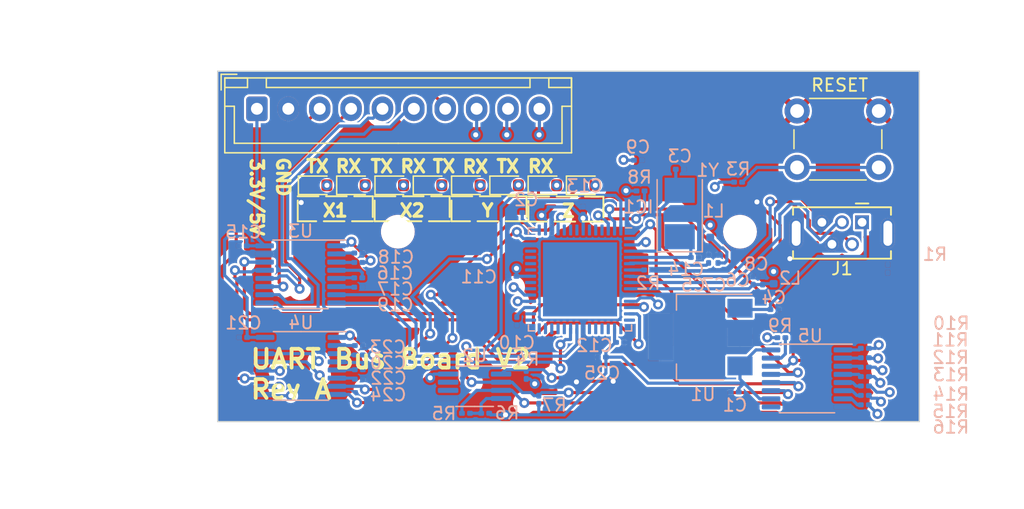
<source format=kicad_pcb>
(kicad_pcb (version 20221018) (generator pcbnew)
  (title_block (title "UART Bus Board V2") (date "2023-08-17") (rev "A") (company "McMillan Enterprises") (comment 1 "https://mcmillan.website"))
  (layers (0 "F.Cu" power) (1 "In1.Cu" signal) (2 "In2.Cu" signal) (31 "B.Cu" power) (34 "B.Paste" user) (35 "F.Paste" user) (36 "B.SilkS" user "B.Silkscreen") (37 "F.SilkS" user "F.Silkscreen") (38 "B.Mask" user) (39 "F.Mask" user) (44 "Edge.Cuts" user))
  (net 0 "")
  (net 1 "+3.3V")
  (net 2 "GND")
  (net 3 "Net-(IC1-VREGOUT)")
  (net 4 "Net-(IC1-OSCI)")
  (net 5 "+5V")
  (net 6 "Net-(IC1-VPHY)")
  (net 7 "Net-(IC1-VPLL)")
  (net 8 "Net-(IC1-VCORE_1)")
  (net 9 "Net-(IC1-VCORE_2)")
  (net 10 "Net-(IC1-OSCO)")
  (net 11 "Net-(J8-Pin_1)")
  (net 12 "Net-(U3-C1+)")
  (net 13 "Net-(U3-C1-)")
  (net 14 "Net-(U3-C2+)")
  (net 15 "Net-(U3-C2-)")
  (net 16 "Net-(U3-VS+)")
  (net 17 "Net-(U3-VS-)")
  (net 18 "Net-(U4-C1+)")
  (net 19 "Net-(U4-C1-)")
  (net 20 "Net-(U4-C2+)")
  (net 21 "Net-(U4-C2-)")
  (net 22 "Net-(U4-VS+)")
  (net 23 "Net-(U4-VS-)")
  (net 24 "Net-(D1-A)")
  (net 25 "Net-(D2-A)")
  (net 26 "Net-(D3-A)")
  (net 27 "Net-(D4-A)")
  (net 28 "Net-(D5-A)")
  (net 29 "Net-(D6-A)")
  (net 30 "Net-(D7-A)")
  (net 31 "Net-(D8-A)")
  (net 32 "Net-(IC1-EECS)")
  (net 33 "Net-(IC1-REF)")
  (net 34 "Net-(IC1-DM)")
  (net 35 "Net-(IC1-DP)")
  (net 36 "Net-(IC1-RESET#)")
  (net 37 "Net-(IC1-ADBUS0)")
  (net 38 "Net-(IC1-ADBUS1)")
  (net 45 "Net-(IC1-BDBUS0)")
  (net 46 "Net-(IC1-BDBUS1)")
  (net 54 "Net-(IC1-CDBUS0)")
  (net 55 "Net-(IC1-CDBUS1)")
  (net 62 "Net-(IC1-DDBUS0)")
  (net 63 "Net-(IC1-DDBUS1)")
  (net 70 "Net-(IC1-PWREN#)")
  (net 71 "Net-(IC1-EEDATA)")
  (net 72 "Net-(IC1-EECLK)")
  (net 74 "Net-(J8-Pin_3)")
  (net 75 "Net-(J8-Pin_4)")
  (net 76 "Net-(J8-Pin_5)")
  (net 77 "Net-(J8-Pin_6)")
  (net 78 "Net-(J8-Pin_7)")
  (net 79 "Net-(J8-Pin_8)")
  (net 80 "Net-(J8-Pin_9)")
  (net 81 "Net-(J8-Pin_10)")
  (net 82 "Net-(SW1-B)")
  (net 83 "Net-(U2-DO)")
  (net 84 "Net-(U5-QA)")
  (net 85 "Net-(U5-QB)")
  (net 86 "Net-(U5-QC)")
  (net 87 "Net-(U5-QD)")
  (net 88 "Net-(U5-QE)")
  (net 89 "Net-(U5-QF)")
  (net 90 "Net-(U5-QG)")
  (net 91 "Net-(U5-QH)")
  (footprint "LED_SMD:LED_0603_1608Metric" (layer "F.Cu") (at 133.8625 95.1)
    (fp_text reference "D4" hide)
    (fp_text value "G")
  )
  (footprint "MountingHole:MountingHole_2.2mm_M2" (layer "F.Cu") (at 131.15 98.8)
    (fp_text reference "H1" hide)
    (fp_text value "MountingHole" hide)
  )
  (footprint "LED_SMD:LED_0603_1608Metric" (layer "F.Cu") (at 136.9125 95.1)
    (fp_text reference "D5" hide)
    (fp_text value "R")
  )
  (footprint "LED_SMD:LED_0603_1608Metric" (layer "F.Cu") (at 130.8125 95.1)
    (fp_text reference "D3" hide)
    (fp_text value "R")
  )
  (footprint "LED_SMD:LED_0603_1608Metric" (layer "F.Cu") (at 146.0625 95.1)
    (fp_text reference "D8" hide)
    (fp_text value "G")
  )
  (footprint "MountingHole:MountingHole_2.2mm_M2" (layer "F.Cu") (at 158.4 98.8)
    (fp_text reference "H2" hide)
    (fp_text value "MountingHole" hide)
  )
  (footprint "LED_SMD:LED_0603_1608Metric" (layer "F.Cu") (at 143.0125 95.1)
    (fp_text reference "D7" hide)
    (fp_text value "R")
  )
  (footprint "LED_SMD:LED_0603_1608Metric" (layer "F.Cu") (at 139.9625 95.1)
    (fp_text reference "D6" hide)
    (fp_text value "G")
  )
  (footprint "Connector_JST:JST_XH_B10B-XH-A_1x10_P2.50mm_Vertical" (layer "F.Cu") (at 119.925 89)
    (fp_text reference "J8" hide)
    (fp_text value "3.3V/5V GND TX RX TX RX TX RX")
  )
  (footprint "Button_Switch_THT:SW_PUSH_6mm" (layer "F.Cu") (at 162.95 89.175)
    (fp_text reference "SW1" hide)
    (fp_text value "B3F-1000" hide)
  )
  (footprint "LED_SMD:LED_0603_1608Metric" (layer "F.Cu") (at 124.7125 95.1)
    (fp_text reference "D1" hide)
    (fp_text value "R")
  )
  (footprint "Connector_USB:USB_Mini-B_Tensility_54-00023_Vertical" (layer "F.Cu") (at 168.125 98.05 180)
    (fp_text reference "J1")
    (fp_text value "USB_B_Mini" hide)
  )
  (footprint "LED_SMD:LED_0603_1608Metric" (layer "F.Cu") (at 127.7625 95.1)
    (fp_text reference "D2" hide)
    (fp_text value "G")
  )
  (footprint "Inductor_SMD:L_0402_1005Metric" (layer "B.Cu") (at 161.075 102.46 90)
    (fp_text reference "L2")
    (fp_text value "LQG15HS2N0B02D" hide)
  )
  (footprint "Resistor_SMD:R_0201_0603Metric" (layer "B.Cu") (at 138.105 113.275 180)
    (fp_text reference "R6")
    (fp_text value "10K")
  )
  (footprint "Resistor_SMD:R_0201_0603Metric" (layer "B.Cu") (at 161.695 107.25 180)
    (fp_text reference "R9")
    (fp_text value "330R")
  )
  (footprint "Resistor_SMD:R_0201_0603Metric" (layer "B.Cu") (at 142.375 112.195 90)
    (fp_text reference "R7")
    (fp_text value "10K" hide)
  )
  (footprint "Capacitor_SMD:C_0201_0603Metric" (layer "B.Cu") (at 147.4 108.8)
    (fp_text reference "C25")
    (fp_text value "100nF")
  )
  (footprint "Capacitor_SMD:C_0201_0603Metric" (layer "B.Cu") (at 161.145 105)
    (fp_text reference "C4")
    (fp_text value "100 nF" hide)
  )
  (footprint "Resistor_SMD:R_0201_0603Metric" (layer "B.Cu") (at 168.345 112.6)
    (fp_text reference "R16")
    (fp_text value "330R")
  )
  (footprint "Capacitor_SMD:C_0201_0603Metric" (layer "B.Cu") (at 145.9 97.13 -90)
    (fp_text reference "C13")
    (fp_text value "100nF" hide)
  )
  (footprint "Resistor_SMD:R_0201_0603Metric" (layer "B.Cu") (at 151.08 101.85)
    (fp_text reference "R2")
    (fp_text value "12K")
  )
  (footprint "Package_SO:TSSOP-16_4.4x5mm_P0.65mm" (layer "B.Cu") (at 123.4 102.2 180)
    (fp_text reference "U3")
    (fp_text value "MAX3232IPWR" hide)
  )
  (footprint "Capacitor_SMD:C_0201_0603Metric" (layer "B.Cu") (at 148.85 107.625 180)
    (fp_text reference "C12")
    (fp_text value "100nF" hide)
  )
  (footprint "Package_SO:MSOP-8_3x3mm_P0.65mm" (layer "B.Cu") (at 137.2625 111.125 180)
    (fp_text reference "U2")
    (fp_text value "93AA46B" hide)
  )
  (footprint "Resistor_SMD:R_0201_0603Metric" (layer "B.Cu") (at 168.345 108.1)
    (fp_text reference "R10")
    (fp_text value "330R")
  )
  (footprint "Crystal:Crystal_SMD_5032-2Pin_5.0x3.2mm" (layer "B.Cu") (at 153.6 97.35 90)
    (fp_text reference "Y1")
    (fp_text value "ECS-120-8-30-JGN-TR" hide)
  )
  (footprint "Capacitor_SMD:C_0201_0603Metric" (layer "B.Cu") (at 160.2 102.695 90)
    (fp_text reference "C8")
    (fp_text value "4.7 uF" hide)
  )
  (footprint "Resistor_SMD:R_0201_0603Metric" (layer "B.Cu") (at 168.35 111.1)
    (fp_text reference "R14")
    (fp_text value "330R")
  )
  (footprint "Capacitor_SMD:C_0201_0603Metric" (layer "B.Cu") (at 159.45 102.695 90)
    (fp_text reference "C6")
    (fp_text value "100nF" hide)
  )
  (footprint "Capacitor_SMD:C_0201_0603Metric" (layer "B.Cu") (at 155.9 100.97 -90)
    (fp_text reference "C5")
    (fp_text value "100nF" hide)
  )
  (footprint "Capacitor_SMD:C_0201_0603Metric" (layer "B.Cu") (at 128 101.25 180)
    (fp_text reference "C16")
    (fp_text value "0.1uF")
  )
  (footprint "Package_SO:TSSOP-16_4.4x5mm_P0.65mm" (layer "B.Cu") (at 163.7375 110.5 180)
    (fp_text reference "U5")
    (fp_text value "M74HC595YTTR" hide)
  )
  (footprint "Capacitor_SMD:C_0201_0603Metric" (layer "B.Cu") (at 118.8 99.925)
    (fp_text reference "C15")
    (fp_text value "0.1uF")
  )
  (footprint "Capacitor_SMD:C_0201_0603Metric" (layer "B.Cu") (at 128.045 110.55 180)
    (fp_text reference "C24")
    (fp_text value "0.1uF")
  )
  (footprint "Resistor_SMD:R_0201_0603Metric" (layer "B.Cu") (at 150.475 95.55 180)
    (fp_text reference "R8")
    (fp_text value "10k" hide)
  )
  (footprint "Capacitor_SMD:C_0201_0603Metric" (layer "B.Cu") (at 127.995 103.225 180)
    (fp_text reference "C19")
    (fp_text value "0.1uF")
  )
  (footprint "Capacitor_SMD:C_0201_0603Metric" (layer "B.Cu") (at 153.605 93.825 180)
    (fp_text reference "C3")
    (fp_text value "27pF" hide)
  )
  (footprint "Resistor_SMD:R_0201_0603Metric" (layer "B.Cu") (at 170.175 101.75 90)
    (fp_text reference "R1")
    (fp_text value "0?")
  )
  (footprint "Capacitor_SMD:C_0201_0603Metric" (layer "B.Cu") (at 154.805 100.85)
    (fp_text reference "C14")
    (fp_text value "27pF" hide)
  )
  (footprint "Capacitor_SMD:C_0201_0603Metric" (layer "B.Cu") (at 128.045 107.875 180)
    (fp_text reference "C23")
    (fp_text value "0.1uF")
  )
  (footprint "Capacitor_SMD:C_0201_0603Metric" (layer "B.Cu") (at 118.825 107.225)
    (fp_text reference "C21")
    (fp_text value "0.1uF")
  )
  (footprint "Capacitor_SMD:C_0201_0603Metric" (layer "B.Cu") (at 128.04 109.8 180)
    (fp_text reference "C22")
    (fp_text value "0.1uF")
  )
  (footprint "Capacitor_SMD:C_0201_0603Metric" (layer "B.Cu") (at 156.65 100.97 90)
    (fp_text reference "C7")
    (fp_text value "4.7 uF" hide)
  )
  (footprint "Resistor_SMD:R_0201_0603Metric" (layer "B.Cu") (at 168.345 111.85)
    (fp_text reference "R15")
    (fp_text value "330R")
  )
  (footprint "Capacitor_SMD:C_0201_0603Metric" (layer "B.Cu") (at 141.38 97.275 180)
    (fp_text reference "C2")
    (fp_text value "3.3uF")
  )
  (footprint "Package_TO_SOT_SMD:SOT-223-3_TabPin2" (layer "B.Cu") (at 155.25 107.2 180)
    (fp_text reference "U1")
    (fp_text value "TC1262-33" hide)
  )
  (footprint "Resistor_SMD:R_0201_0603Metric" (layer "B.Cu") (at 168.345 109.6)
    (fp_text reference "R12")
    (fp_text value "330R")
  )
  (footprint "Capacitor_SMD:C_0201_0603Metric" (layer "B.Cu") (at 140.28 102.35)
    (fp_text reference "C11")
    (fp_text value "100nF")
  )
  (footprint "Capacitor_SMD:C_0201_0603Metric" (layer "B.Cu") (at 157.98 111.575 180)
    (fp_text reference "C1")
    (fp_text value "100 nF")
  )
  (footprint "Capacitor_SMD:C_0201_0603Metric" (layer "B.Cu") (at 150.275 93.1 180)
    (fp_text reference "C9")
    (fp_text value "100nF" hide)
  )
  (footprint "Capacitor_SMD:C_0201_0603Metric" (layer "B.Cu") (at 127.995 102.475 180)
    (fp_text reference "C17")
    (fp_text value "0.1uF")
  )
  (footprint "Resistor_SMD:R_0201_0603Metric" (layer "B.Cu") (at 141.375 110.22 90)
    (fp_text reference "R4")
    (fp_text value "10K" hide)
  )
  (footprint "Resistor_SMD:R_0201_0603Metric" (layer "B.Cu") (at 158.25 94.85 180)
    (fp_text reference "R3")
    (fp_text value "1K" hide)
  )
  (footprint "Package_SO:TSSOP-16_4.4x5mm_P0.65mm" (layer "B.Cu") (at 123.4375 109.5 180)
    (fp_text reference "U4")
    (fp_text value "MAX3232IPWR" hide)
  )
  (footprint "Resistor_SMD:R_0201_0603Metric" (layer "B.Cu") (at 168.345 108.85)
    (fp_text reference "R11")
    (fp_text value "330R")
  )
  (footprint "Capacitor_SMD:C_0201_0603Metric" (layer "B.Cu") (at 128 100.5 180)
    (fp_text reference "C18")
    (fp_text value "0.1uF")
  )
  (footprint "Package_DFN_QFN:QFN-56-1EP_8x8mm_P0.5mm_EP5.9x5.9mm" (layer "B.Cu") (at 145.66 102.6 180)
    (fp_text reference "IC1")
    (fp_text value "FT4232H-56Q-TRAY" hide)
  )
  (footprint "Capacitor_SMD:C_0201_0603Metric" (layer "B.Cu") (at 140.625 105.925 90)
    (fp_text reference "C10")
    (fp_text value "100nF" hide)
  )
  (footprint "Resistor_SMD:R_0201_0603Metric" (layer "B.Cu") (at 136.575 113.275 180)
    (fp_text reference "R5")
    (fp_text value "2.2K")
  )
  (footprint "Inductor_SMD:L_0402_1005Metric" (layer "B.Cu") (at 156.025 98.76 -90)
    (fp_text reference "L1")
    (fp_text value "LQG15HS2N0B02D" hide)
  )
  (footprint "Resistor_SMD:R_0201_0603Metric" (layer "B.Cu") (at 168.35 110.35)
    (fp_text reference "R13")
    (fp_text value "330R")
  )
  (footprint "Capacitor_SMD:C_0201_0603Metric" (layer "B.Cu") (at 128.045 108.625 180)
    (fp_text reference "C20")
    (fp_text value "0.1uF")
  )
  (gr_rect (start 129.3025 95.975) (end 135.275 97.965) (stroke (width 0.15) (type dash)) (fill none) (layer "F.SilkS"))
  (gr_rect (start 135.425 95.975) (end 141.3975 97.965) (stroke (width 0.15) (type dash)) (fill none) (layer "F.SilkS"))
  (gr_rect (start 123.1775 95.975) (end 129.15 97.965) (stroke (width 0.15) (type dash)) (fill none) (layer "F.SilkS"))
  (gr_rect (start 141.55 96.00375) (end 147.5225 97.99375) (stroke (width 0.15) (type dash)) (fill none) (layer "F.SilkS"))
  (gr_line (start 116.8 113.94) (end 172.68 113.94) (stroke (width 0.1)) (layer "Edge.Cuts"))
  (gr_line (start 172.68 113.94) (end 172.68 86) (stroke (width 0.1)) (layer "Edge.Cuts"))
  (gr_line (start 116.8 86) (end 116.8 113.94) (stroke (width 0.1)) (layer "Edge.Cuts"))
  (gr_line (start 172.68 86) (end 116.8 86) (stroke (width 0.1)) (layer "Edge.Cuts"))
  (gr_text "RX" (at 131.225 94.175) (layer "F.SilkS") (effects (font (size 1 1) (thickness 0.25) bold) (justify left bottom)))
  (gr_text "TX" (at 139.9 94.175) (layer "F.SilkS") (effects (font (size 1 1) (thickness 0.25) bold) (justify bottom)))
  (gr_text "X2" (at 132.28875 97.69625) (layer "F.SilkS") (effects (font (size 1 1) (thickness 0.25) bold) (justify bottom)))
  (gr_text "RESET" (at 163.975 87.7) (layer "F.SilkS") (effects (font (size 1 1)) (justify left bottom)))
  (gr_text "TX" (at 128.85 94.175) (layer "F.SilkS") (effects (font (size 1 1) (thickness 0.25) bold) (justify left bottom)))
  (gr_text "TX" (at 134.825 94.175) (layer "F.SilkS") (effects (font (size 1 1) (thickness 0.25) bold) (justify bottom)))
  (gr_text "3.3V/5V" (at 119.325 92.825 -90) (layer "F.SilkS") (effects (font (size 1 1) (thickness 0.25) bold) (justify left bottom)))
  (gr_text "UART Bus Board V2\nRev A" (at 119.275 112.25) (layer "F.SilkS") (effects (font (size 1.5 1.5) (thickness 0.3) bold) (justify left bottom)))
  (gr_text "X1" (at 126.16375 97.69625) (layer "F.SilkS") (effects (font (size 1 1) (thickness 0.25) bold) (justify bottom)))
  (gr_text "Z" (at 144.08625 97.725) (layer "F.SilkS") (effects (font (size 1 1) (thickness 0.25) bold) (justify left bottom)))
  (gr_text "RX" (at 142.525 94.175) (layer "F.SilkS") (effects (font (size 1 1) (thickness 0.25) bold) (justify bottom)))
  (gr_text "Y" (at 137.707679 97.69625) (layer "F.SilkS") (effects (font (size 1 1) (thickness 0.25) bold) (justify left bottom)))
  (gr_text "RX" (at 126.075 94.175) (layer "F.SilkS") (effects (font (size 1 1) (thickness 0.25) bold) (justify left bottom)))
  (gr_text "GND" (at 121.425 92.75 -90) (layer "F.SilkS") (effects (font (size 1 1) (thickness 0.25) bold) (justify left bottom)))
  (gr_text "RX" (at 137.325 94.2) (layer "F.SilkS") (effects (font (size 1 1) (thickness 0.25) bold) (justify bottom)))
  (gr_text "TX" (at 123.725 94.175) (layer "F.SilkS") (effects (font (size 1 1) (thickness 0.25) bold) (justify left bottom)))
  (via (at 140.6 101.725) (size 0.8) (drill 0.4) (layers "F.Cu" "B.Cu") (net 1))
  (via (at 133.725 110.45) (size 0.8) (drill 0.4) (layers "F.Cu" "B.Cu") (net 1))
  (via (at 145.9 97.725) (size 0.8) (drill 0.4) (layers "F.Cu" "B.Cu") (net 1))
  (via (at 149.325 95.525) (size 0.8) (drill 0.4) (layers "F.Cu" "B.Cu") (net 1))
  (via (at 139.725 113.4) (size 0.8) (drill 0.4) (layers "F.Cu" "B.Cu") (net 1))
  (via (at 156.025 98.275) (size 0.8) (drill 0.4) (layers "F.Cu" "B.Cu") (net 1))
  (via (at 142.6 97.5) (size 0.8) (drill 0.4) (layers "F.Cu" "B.Cu") (net 1))
  (via (at 142.05 110.925) (size 0.8) (drill 0.4) (layers "F.Cu" "B.Cu") (net 1))
  (via (at 161.075 101.975) (size 0.8) (drill 0.4) (layers "F.Cu" "B.Cu") (net 1))
  (segment (start 135.15 110.15) (end 134.025 110.15) (width 0.25) (layer "B.Cu") (net 1))
  (segment (start 150.155 95.55) (end 149.35 95.55) (width 0.25) (layer "B.Cu") (net 1))
  (segment (start 142.91 97.81) (end 142.6 97.5) (width 0.25) (layer "B.Cu") (net 1))
  (segment (start 142.375 113.375) (end 142.35 113.4) (width 0.25) (layer "B.Cu") (net 1))
  (segment (start 145.91 97.735) (end 145.9 97.725) (width 0.25) (layer "B.Cu") (net 1))
  (segment (start 139.725 113.4) (end 142.35 113.4) (width 0.25) (layer "B.Cu") (net 1))
  (segment (start 145.91 98.6625) (end 145.91 97.735) (width 0.25) (layer "B.Cu") (net 1))
  (segment (start 160.875 112.125) (end 159.975 112.125) (width 0.25) (layer "B.Cu") (net 1))
  (segment (start 138.55 113.4) (end 138.425 113.275) (width 0.25) (layer "B.Cu") (net 1))
  (segment (start 141.665 110.54) (end 142.05 110.925) (width 0.25) (layer "B.Cu") (net 1))
  (segment (start 149 108.8) (end 151.075 110.875) (width 0.25) (layer "B.Cu") (net 1))
  (segment (start 158.4 109.5) (end 158.4 110.55) (width 0.25) (layer "B.Cu") (net 1))
  (segment (start 148.41 107.69) (end 147.72 108.38) (width 0.25) (layer "B.Cu") (net 1))
  (segment (start 158.3 111.3) (end 158.725 110.875) (width 0.25) (layer "B.Cu") (net 1))
  (segment (start 139.725 113.4) (end 138.55 113.4) (width 0.25) (layer "B.Cu") (net 1))
  (segment (start 142.35 113.4) (end 144.4 113.4) (width 0.25) (layer "B.Cu") (net 1))
  (segment (start 145 96.825) (end 143.125 96.825) (width 0.25) (layer "B.Cu") (net 1))
  (segment (start 143.125 96.975) (end 142.6 97.5) (width 0.25) (layer "B.Cu") (net 1))
  (segment (start 147.72 108.38) (end 147.72 108.8) (width 0.25) (layer "B.Cu") (net 1))
  (segment (start 158.3 111.575) (end 158.3 111.3) (width 0.25) (layer "B.Cu") (net 1))
  (segment (start 148.41 106.5375) (end 148.41 107.69) (width 0.25) (layer "B.Cu") (net 1))
  (segment (start 134.025 110.15) (end 133.725 110.45) (width 0.25) (layer "B.Cu") (net 1))
  (segment (start 159.675 108.225) (end 158.4 109.5) (width 0.25) (layer "B.Cu") (net 1))
  (segment (start 147.72 110.08) (end 144.4 113.4) (width 0.25) (layer "B.Cu") (net 1))
  (segment (start 143.125 96.825) (end 143.125 96.975) (width 0.25) (layer "B.Cu") (net 1))
  (segment (start 142.91 98.6625) (end 142.91 97.81) (width 0.25) (layer "B.Cu") (net 1))
  (segment (start 147.94 108.8) (end 149 108.8) (width 0.25) (layer "B.Cu") (net 1))
  (segment (start 151.075 110.875) (end 158.725 110.875) (width 0.25) (layer "B.Cu") (net 1))
  (segment (start 140.85 102.35) (end 141.7225 102.35) (width 0.25) (layer "B.Cu") (net 1))
  (segment (start 142.375 112.515) (end 142.375 113.375) (width 0.25) (layer "B.Cu") (net 1))
  (segment (start 145.9 97.45) (end 145.9 97.725) (width 0.25) (layer "B.Cu") (net 1))
  (segment (start 158.4 110.55) (end 158.725 110.875) (width 0.25) (layer "B.Cu") (net 1))
  (segment (start 140.6 101.725) (end 140.6 102.35) (width 0.25) (layer "B.Cu") (net 1))
  (segment (start 159.975 112.125) (end 158.725 110.875) (width 0.25) (layer "B.Cu") (net 1))
  (segment (start 141.375 110.54) (end 141.665 110.54) (width 0.25) (layer "B.Cu") (net 1))
  (segment (start 147.72 108.8) (end 147.72 110.08) (width 0.25) (layer "B.Cu") (net 1))
  (segment (start 145.9 97.725) (end 145 96.825) (width 0.25) (layer "B.Cu") (net 1))
  (segment (start 160.875 108.225) (end 159.675 108.225) (width 0.25) (layer "B.Cu") (net 1))
  (segment (start 149.35 95.55) (end 149.325 95.525) (width 0.25) (layer "B.Cu") (net 1))
  (segment (start 162.875 98.925) (end 162.875 100.45) (width 0.25) (layer "F.Cu") (net 2))
  (segment (start 124.75 95.925) (end 123.925 95.1) (width 0.25) (layer "F.Cu") (net 2))
  (segment (start 123.45 96.475) (end 123.45 95.575) (width 0.25) (layer "F.Cu") (net 2))
  (segment (start 142.35 96) (end 142.35 95.225) (width 0.25) (layer "F.Cu") (net 2))
  (segment (start 145.425 110.725) (end 145.375 110.775) (width 0.25) (layer "F.Cu") (net 2))
  (segment (start 141.85 95.475) (end 141.85 95.975) (width 0.25) (layer "F.Cu") (net 2))
  (segment (start 136.125 95.725) (end 136.125 95.1) (width 0.25) (layer "F.Cu") (net 2))
  (segment (start 133 95.975) (end 132.8 96.175) (width 0.25) (layer "F.Cu") (net 2))
  (segment (start 126.975 95.1) (end 126.15 95.925) (width 0.25) (layer "F.Cu") (net 2))
  (segment (start 148.3 110.725) (end 145.425 110.725) (width 0.25) (layer "F.Cu") (net 2))
  (segment (start 133.075 95.1) (end 133 95.175) (width 0.25) (layer "F.Cu") (net 2))
  (segment (start 133 95.175) (end 133 95.975) (width 0.25) (layer "F.Cu") (net 2))
  (segment (start 126.15 95.925) (end 124.75 95.925) (width 0.25) (layer "F.Cu") (net 2))
  (segment (start 129.05 96.075) (end 127.95 96.075) (width 0.25) (layer "F.Cu") (net 2))
  (segment (start 162.375 100.725) (end 162.375 100.95) (width 0.25) (layer "F.Cu") (net 2))
  (segment (start 131.1 96.175) (end 130.025 95.1) (width 0.25) (layer "F.Cu") (net 2))
  (segment (start 140.05 95.975) (end 139.175 95.1) (width 0.25) (layer "F.Cu") (net 2))
  (segment (start 123.45 95.575) (end 123.925 95.1) (width 0.25) (layer "F.Cu") (net 2))
  (segment (start 139.175 95.1) (end 138.3 95.975) (width 0.25) (layer "F.Cu") (net 2))
  (segment (start 145.275 95.1) (end 145.275 95.525) (width 0.25) (layer "F.Cu") (net 2))
  (segment (start 134.025 96.05) (end 133.075 95.1) (width 0.25) (layer "F.Cu") (net 2))
  (segment (start 130.025 95.1) (end 129.05 96.075) (width 0.25) (layer "F.Cu") (net 2))
  (segment (start 161.6 98.275) (end 161.6 99.95) (width 0.25) (layer "F.Cu") (net 2))
  (segment (start 142.225 95.1) (end 141.85 95.475) (width 0.25) (layer "F.Cu") (net 2))
  (segment (start 141.85 95.975) (end 140.05 95.975) (width 0.25) (layer "F.Cu") (net 2))
  (segment (start 136.375 95.975) (end 136.125 95.725) (width 0.25) (layer "F.Cu") (net 2))
  (segment (start 159.75 96.425) (end 161.6 98.275) (width 0.25) (layer "F.Cu") (net 2))
  (segment (start 144.8 96) (end 142.35 96) (width 0.25) (layer "F.Cu") (net 2))
  (segment (start 161.6 99.95) (end 162.375 100.725) (width 0.25) (layer "F.Cu") (net 2))
  (segment (start 138.3 95.975) (end 136.375 95.975) (width 0.25) (layer "F.Cu") (net 2))
  (segment (start 142.35 95.225) (end 142.225 95.1) (width 0.25) (layer "F.Cu") (net 2))
  (segment (start 136.125 95.675) (end 135.75 96.05) (width 0.25) (layer "F.Cu") (net 2))
  (segment (start 162.875 100.45) (end 162.375 100.95) (width 0.25) (layer "F.Cu") (net 2))
  (segment (start 136.125 95.1) (end 136.125 95.675) (width 0.25) (layer "F.Cu") (net 2))
  (segment (start 127.95 96.075) (end 126.975 95.1) (width 0.25) (layer "F.Cu") (net 2))
  (segment (start 132.8 96.175) (end 131.1 96.175) (width 0.25) (layer "F.Cu") (net 2))
  (segment (start 145.275 95.525) (end 144.8 96) (width 0.25) (layer "F.Cu") (net 2))
  (segment (start 135.75 96.05) (end 134.025 96.05) (width 0.25) (layer "F.Cu") (net 2))
  (via (at 159.75 96.425) (size 0.8) (drill 0.4) (layers "F.Cu" "B.Cu") (net 2))
  (via (at 145.375 110.775) (size 0.8) (drill 0.4) (layers "F.Cu" "B.Cu") (net 2))
  (via (at 162.375 100.95) (size 0.8) (drill 0.4) (layers "F.Cu" "B.Cu") (net 2))
  (via (at 123.45 96.475) (size 0.8) (drill 0.4) (layers "F.Cu" "B.Cu") (net 2))
  (via (at 148.3 110.725) (size 0.8) (drill 0.4) (layers "F.Cu" "B.Cu") (net 2))
  (segment (start 140.6 99.8) (end 141.6725 99.8) (width 0.25) (layer "B.Cu") (net 2))
  (segment (start 153.975 93.775) (end 153.925 93.825) (width 0.25) (layer "B.Cu") (net 2))
  (segment (start 141.6725 99.8) (end 141.7225 99.85) (width 0.25) (layer "B.Cu") (net 2))
  (segment (start 170.175 101.43) (end 170.175 98.925) (width 0.25) (layer "B.Cu") (net 2))
  (segment (start 143.4 98.6525) (end 143.41 98.6625) (width 0.25) (layer "B.Cu") (net 2))
  (segment (start 141.06 97.81) (end 141.06 97.275) (width 0.25) (layer "B.Cu") (net 3))
  (segment (start 142.41 98.6625) (end 141.9125 98.6625) (width 0.25) (layer "B.Cu") (net 3))
  (segment (start 141.9125 98.6625) (end 141.06 97.81) (width 0.25) (layer "B.Cu") (net 3))
  (segment (start 149.5975 100.35) (end 152 100.35) (width 0.25) (layer "B.Cu") (net 4))
  (segment (start 152 97.1) (end 153.6 95.5) (width 0.25) (layer "B.Cu") (net 4))
  (segment (start 153.285 95.185) (end 153.6 95.5) (width 0.25) (layer "B.Cu") (net 4))
  (segment (start 152 100.35) (end 152 97.1) (width 0.25) (layer "B.Cu") (net 4))
  (segment (start 153.285 93.825) (end 153.285 95.185) (width 0.25) (layer "B.Cu") (net 4))
  (segment (start 160.65 105) (end 158.5 105) (width 0.25) (layer "B.Cu") (net 5))
  (segment (start 160.825 104.575) (end 160.825 105) (width 0.25) (layer "B.Cu") (net 5))
  (segment (start 168.375 98.3) (end 168.125 98.05) (width 0.25) (layer "B.Cu") (net 5))
  (segment (start 168.375 100.775) (end 168.375 98.3) (width 0.25) (layer "B.Cu") (net 5))
  (segment (start 168.375 100.775) (end 164.625 100.775) (width 0.25) (layer "B.Cu") (net 5))
  (segment (start 164.625 100.775) (end 160.825 104.575) (width 0.25) (layer "B.Cu") (net 5))
  (segment (start 158.5 105) (end 158.4 104.9) (width 0.25) (layer "B.Cu") (net 5))
  (segment (start 156.65 101.29) (end 157.185 101.29) (width 0.25) (layer "B.Cu") (net 6))
  (segment (start 153.825 101.3) (end 154 101.475) (width 0.25) (layer "B.Cu") (net 6))
  (segment (start 155.715 101.475) (end 155.9 101.29) (width 0.25) (layer "B.Cu") (net 6))
  (segment (start 157.025 100.1) (end 156.88 100.1) (width 0.25) (layer "B.Cu") (net 6))
  (segment (start 157.185 101.29) (end 157.35 101.125) (width 0.25) (layer "B.Cu") (net 6))
  (segment (start 157.35 100.425) (end 157.025 100.1) (width 0.25) (layer "B.Cu") (net 6))
  (segment (start 156.88 100.1) (end 156.025 99.245) (width 0.25) (layer "B.Cu") (net 6))
  (segment (start 154 101.475) (end 155.715 101.475) (width 0.25) (layer "B.Cu") (net 6))
  (segment (start 149.6475 101.3) (end 153.825 101.3) (width 0.25) (layer "B.Cu") (net 6))
  (segment (start 157.35 101.125) (end 157.35 100.425) (width 0.25) (layer "B.Cu") (net 6))
  (segment (start 159.45 103.015) (end 160.325 103.015) (width 0.25) (layer "B.Cu") (net 7))
  (segment (start 159.115 103.35) (end 159.45 103.015) (width 0.25) (layer "B.Cu") (net 7))
  (segment (start 160.27 102.945) (end 160.2 103.015) (width 0.25) (layer "B.Cu") (net 7))
  (segment (start 161.075 102.945) (end 160.27 102.945) (width 0.25) (layer "B.Cu") (net 7))
  (segment (start 149.5975 103.35) (end 159.115 103.35) (width 0.25) (layer "B.Cu") (net 7))
  (via (at 150.9 99.625) (size 0.8) (drill 0.4) (layers "F.Cu" "B.Cu") (net 8))
  (via (at 149.125 93.075) (size 0.8) (drill 0.4) (layers "F.Cu" "B.Cu") (net 8))
  (segment (start 149.955 93.1) (end 149.15 93.1) (width 0.25) (layer "B.Cu") (net 8))
  (segment (start 150.55 99.625) (end 150.325 99.85) (width 0.25) (layer "B.Cu") (net 8))
  (segment (start 149.15 93.1) (end 149.125 93.075) (width 0.25) (layer "B.Cu") (net 8))
  (segment (start 150.9 99.625) (end 150.55 99.625) (width 0.25) (layer "B.Cu") (net 8))
  (segment (start 150.325 99.85) (end 149.5975 99.85) (width 0.25) (layer "B.Cu") (net 8))
  (segment (start 141.236992 104.85) (end 140.625 105.461992) (width 0.25) (layer "B.Cu") (net 9))
  (segment (start 140.625 105.461992) (end 140.625 105.605) (width 0.25) (layer "B.Cu") (net 9))
  (segment (start 141.7225 104.85) (end 141.236992 104.85) (width 0.25) (layer "B.Cu") (net 9))
  (segment (start 154.485 100.85) (end 154.485 100.085) (width 0.25) (layer "B.Cu") (net 10))
  (segment (start 154.485 100.85) (end 149.5975 100.85) (width 0.25) (layer "B.Cu") (net 10))
  (segment (start 154.485 100.085) (end 153.6 99.2) (width 0.25) (layer "B.Cu") (net 10))
  (segment (start 119.145 104.07) (end 119.145 107.225) (width 0.25) (layer "B.Cu") (net 11))
  (segment (start 117.35 99.45) (end 117.35 102.275) (width 0.25) (layer "B.Cu") (net 11))
  (segment (start 118.875 99.175) (end 117.625 99.175) (width 0.25) (layer "B.Cu") (net 11))
  (segment (start 117.35 102.275) (end 119.145 104.07) (width 0.25) (layer "B.Cu") (net 11))
  (segment (start 119.12 99.925) (end 120.5375 99.925) (width 0.25) (layer "B.Cu") (net 11))
  (segment (start 119.12 99.42) (end 118.875 99.175) (width 0.25) (layer "B.Cu") (net 11))
  (segment (start 119.925 99.3125) (end 120.5375 99.925) (width 0.25) (layer "B.Cu") (net 11))
  (segment (start 120.575 107.225) (end 119.145 107.225) (width 0.25) (layer "B.Cu") (net 11))
  (segment (start 119.925 89) (end 119.925 99.3125) (width 0.25) (layer "B.Cu") (net 11))
  (segment (start 117.625 99.175) (end 117.35 99.45) (width 0.25) (layer "B.Cu") (net 11))
  (segment (start 119.12 99.925) (end 119.12 99.42) (width 0.25) (layer "B.Cu") (net 11))
  (segment (start 128.125 100.325) (end 128.2 100.325) (width 0.25) (layer "F.Cu") (net 12))
  (segment (start 127.45 99.65) (end 128.125 100.325) (width 0.25) (layer "F.Cu") (net 12))
  (segment (start 127.45 99.6) (end 127.45 99.65) (width 0.25) (layer "F.Cu") (net 12))
  (segment (start 128.2 100.325) (end 128.975 101.1) (width 0.25) (layer "F.Cu") (net 12))
  (via (at 128.975 101.1) (size 0.8) (drill 0.4) (layers "F.Cu" "B.Cu") (net 12))
  (via (at 127.45 99.6) (size 0.8) (drill 0.4) (layers "F.Cu" "B.Cu") (net 12))
  (segment (start 127.45 99.6) (end 127.125 99.925) (width 0.25) (layer "B.Cu") (net 12))
  (segment (start 128.32 101.25) (end 128.825 101.25) (width 0.25) (layer "B.Cu") (net 12))
  (segment (start 127.125 99.925) (end 126.2625 99.925) (width 0.25) (layer "B.Cu") (net 12))
  (segment (start 128.825 101.25) (end 128.975 101.1) (width 0.25) (layer "B.Cu") (net 12))
  (segment (start 126.2875 101.25) (end 126.2625 101.225) (width 0.25) (layer "B.Cu") (net 13))
  (segment (start 127.68 101.25) (end 126.2875 101.25) (width 0.25) (layer "B.Cu") (net 13))
  (segment (start 128.125 101.875) (end 126.2625 101.875) (width 0.25) (layer "B.Cu") (net 14))
  (segment (start 128.315 102.065) (end 128.125 101.875) (width 0.25) (layer "B.Cu") (net 14))
  (segment (start 128.315 102.475) (end 128.315 102.065) (width 0.25) (layer "B.Cu") (net 14))
  (segment (start 127.675 102.475) (end 126.3125 102.475) (width 0.25) (layer "B.Cu") (net 15))
  (segment (start 126.3125 102.475) (end 126.2625 102.525) (width 0.25) (layer "B.Cu") (net 15))
  (segment (start 127.68 100.5) (end 126.3375 100.5) (width 0.25) (layer "B.Cu") (net 16))
  (segment (start 126.3375 100.5) (end 126.2625 100.575) (width 0.25) (layer "B.Cu") (net 16))
  (segment (start 127.675 103.225) (end 126.3125 103.225) (width 0.25) (layer "B.Cu") (net 17))
  (segment (start 126.3125 103.225) (end 126.2625 103.175) (width 0.25) (layer "B.Cu") (net 17))
  (segment (start 129.05 108.625) (end 127.5 107.075) (width 0.25) (layer "F.Cu") (net 18))
  (segment (start 129.15 108.625) (end 129.05 108.625) (width 0.25) (layer "F.Cu") (net 18))
  (segment (start 127.5 107.075) (end 127.325 107.075) (width 0.25) (layer "F.Cu") (net 18))
  (via (at 129.15 108.625) (size 0.8) (drill 0.4) (layers "F.Cu" "B.Cu") (net 18))
  (via (at 127.325 107.075) (size 0.8) (drill 0.4) (layers "F.Cu" "B.Cu") (net 18))
  (segment (start 128.365 108.625) (end 129.15 108.625) (width 0.25) (layer "B.Cu") (net 18))
  (segment (start 127.325 107.075) (end 127.175 107.225) (width 0.25) (layer "B.Cu") (net 18))
  (segment (start 127.175 107.225) (end 126.3 107.225) (width 0.25) (layer "B.Cu") (net 18))
  (segment (start 127.725 108.625) (end 126.4 108.625) (width 0.25) (layer "B.Cu") (net 19))
  (segment (start 128.36 109.24) (end 128.375 109.225) (width 0.25) (layer "B.Cu") (net 20))
  (segment (start 128.36 109.8) (end 128.36 109.24) (width 0.25) (layer "B.Cu") (net 20))
  (segment (start 128.375 109.225) (end 126.35 109.225) (width 0.25) (layer "B.Cu") (net 20))
  (segment (start 127.72 109.8) (end 126.325 109.8) (width 0.25) (layer "B.Cu") (net 21))
  (segment (start 127.725 107.875) (end 126.3 107.875) (width 0.25) (layer "B.Cu") (net 22))
  (segment (start 127.65 110.475) (end 126.3 110.475) (width 0.25) (layer "B.Cu") (net 23))
  (segment (start 127.725 110.55) (end 127.65 110.475) (width 0.25) (layer "B.Cu") (net 23))
  (via (at 125.5 95.1) (size 0.8) (drill 0.4) (layers "F.Cu" "B.Cu") (net 24))
  (via (at 160.575 107.225) (size 0.8) (drill 0.4) (layers "F.Cu" "B.Cu") (net 24))
  (segment (start 160.6 107.25) (end 160.575 107.225) (width 0.25) (layer "B.Cu") (net 24))
  (segment (start 161.375 107.25) (end 160.6 107.25) (width 0.25) (layer "B.Cu") (net 24))
  (via (at 128.55 95.1) (size 0.8) (drill 0.4) (layers "F.Cu" "B.Cu") (net 25))
  (via (at 169.45 107.825) (size 0.8) (drill 0.4) (layers "F.Cu" "B.Cu") (net 25))
  (segment (start 169.45 107.825) (end 169.175 108.1) (width 0.25) (layer "B.Cu") (net 25))
  (segment (start 169.175 108.1) (end 168.665 108.1) (width 0.25) (layer "B.Cu") (net 25))
  (via (at 131.6 95.1) (size 0.8) (drill 0.4) (layers "F.Cu" "B.Cu") (net 26))
  (via (at 169.4 108.9) (size 0.8) (drill 0.4) (layers "F.Cu" "B.Cu") (net 26))
  (segment (start 169.4 108.9) (end 168.715 108.9) (width 0.25) (layer "B.Cu") (net 26))
  (via (at 169.75 109.85) (size 0.8) (drill 0.4) (layers "F.Cu" "B.Cu") (net 27))
  (via (at 134.65 95.1) (size 0.8) (drill 0.4) (layers "F.Cu" "B.Cu") (net 27))
  (segment (start 169.175 109.6) (end 168.665 109.6) (width 0.25) (layer "B.Cu") (net 27))
  (segment (start 169.425 109.85) (end 169.175 109.6) (width 0.25) (layer "B.Cu") (net 27))
  (segment (start 169.75 109.85) (end 169.425 109.85) (width 0.25) (layer "B.Cu") (net 27))
  (via (at 169.575 110.85) (size 0.8) (drill 0.4) (layers "F.Cu" "B.Cu") (net 28))
  (via (at 137.725 95.1) (size 0.8) (drill 0.4) (layers "F.Cu" "B.Cu") (net 28))
  (segment (start 169.075 110.35) (end 168.67 110.35) (width 0.25) (layer "B.Cu") (net 28))
  (segment (start 169.575 110.85) (end 169.075 110.35) (width 0.25) (layer "B.Cu") (net 28))
  (via (at 170.325 111.6) (size 0.8) (drill 0.4) (layers "F.Cu" "B.Cu") (net 29))
  (via (at 140.75 95.075) (size 0.8) (drill 0.4) (layers "F.Cu" "B.Cu") (net 29))
  (segment (start 169.299695 111.6) (end 168.799695 111.1) (width 0.25) (layer "B.Cu") (net 29))
  (segment (start 168.799695 111.1) (end 168.67 111.1) (width 0.25) (layer "B.Cu") (net 29))
  (segment (start 170.325 111.6) (end 169.299695 111.6) (width 0.25) (layer "B.Cu") (net 29))
  (via (at 169.625 112.35) (size 0.8) (drill 0.4) (layers "F.Cu" "B.Cu") (net 30))
  (via (at 143.8 95.1) (size 0.8) (drill 0.4) (layers "F.Cu" "B.Cu") (net 30))
  (segment (start 169.625 112.35) (end 169.35 112.075) (width 0.25) (layer "B.Cu") (net 30))
  (segment (start 169.35 112.075) (end 168.875 112.075) (width 0.25) (layer "B.Cu") (net 30))
  (segment (start 168.875 112.075) (end 168.665 111.865) (width 0.25) (layer "B.Cu") (net 30))
  (via (at 169.35 113.325) (size 0.8) (drill 0.4) (layers "F.Cu" "B.Cu") (net 31))
  (via (at 146.875 95.1) (size 0.8) (drill 0.4) (layers "F.Cu" "B.Cu") (net 31))
  (segment (start 168.665 112.64) (end 169.35 113.325) (width 0.25) (layer "B.Cu") (net 31))
  (segment (start 150.35 109.075) (end 151.725 109.075) (width 0.25) (layer "F.Cu") (net 32))
  (segment (start 151.725 102.325) (end 152.95 103.55) (width 0.25) (layer "F.Cu") (net 32))
  (segment (start 143.4 110.45) (end 144.375 110.45) (width 0.25) (layer "F.Cu") (net 32))
  (segment (start 153.575 110.925) (end 151.725 109.075) (width 0.25) (layer "F.Cu") (net 32))
  (segment (start 150.05 109.375) (end 150.35 109.075) (width 0.25) (layer "F.Cu") (net 32))
  (segment (start 163.05 111.125) (end 162.85 110.925) (width 0.25) (layer "F.Cu") (net 32))
  (segment (start 152.95 103.55) (end 152.95 107.85) (width 0.25) (layer "F.Cu") (net 32))
  (segment (start 162.85 110.925) (end 153.575 110.925) (width 0.25) (layer "F.Cu") (net 32))
  (segment (start 151.725 98.675) (end 151.725 102.325) (width 0.25) (layer "F.Cu") (net 32))
  (segment (start 151.25 98.2) (end 151.725 98.675) (width 0.25) (layer "F.Cu") (net 32))
  (segment (start 145.45 109.375) (end 150.05 109.375) (width 0.25) (layer "F.Cu") (net 32))
  (segment (start 144.375 110.45) (end 145.45 109.375) (width 0.25) (layer "F.Cu") (net 32))
  (segment (start 152.95 107.85) (end 151.725 109.075) (width 0.25) (layer "F.Cu") (net 32))
  (via (at 143.4 110.45) (size 0.8) (drill 0.4) (layers "F.Cu" "B.Cu") (net 32))
  (via (at 163.05 111.125) (size 0.8) (drill 0.4) (layers "F.Cu" "B.Cu") (net 32))
  (via (at 151.25 98.2) (size 0.8) (drill 0.4) (layers "F.Cu" "B.Cu") (net 32))
  (segment (start 143.4 110.45) (end 142.75 109.8) (width 0.25) (layer "B.Cu") (net 32))
  (segment (start 140.825 109.8) (end 139.725 109.8) (width 0.25) (layer "B.Cu") (net 32))
  (segment (start 139.725 109.8) (end 139.375 110.15) (width 0.25) (layer "B.Cu") (net 32))
  (segment (start 162.75 110.825) (end 160.875 110.825) (width 0.25) (layer "B.Cu") (net 32))
  (segment (start 151.25 98.2) (end 150.1 99.35) (width 0.25) (layer "B.Cu") (net 32))
  (segment (start 163.05 111.125) (end 162.75 110.825) (width 0.25) (layer "B.Cu") (net 32))
  (segment (start 150.1 99.35) (end 149.5975 99.35) (width 0.25) (layer "B.Cu") (net 32))
  (segment (start 142.75 109.8) (end 140.825 109.8) (width 0.25) (layer "B.Cu") (net 32))
  (segment (start 150.76 101.85) (end 149.5975 101.85) (width 0.25) (layer "B.Cu") (net 33))
  (segment (start 164.325 98.925) (end 166.45 98.925) (width 0.25) (layer "F.Cu") (net 34))
  (segment (start 166.45 98.925) (end 167.325 99.8) (width 0.25) (layer "F.Cu") (net 34))
  (segment (start 163.925 98.525) (end 164.325 98.925) (width 0.25) (layer "F.Cu") (net 34))
  (segment (start 163.925 97.9) (end 163.925 98.525) (width 0.25) (layer "F.Cu") (net 34))
  (segment (start 162.425 96.4) (end 160.8 96.4) (width 0.25) (layer "F.Cu") (net 34))
  (segment (start 163.925 97.9) (end 162.425 96.4) (width 0.25) (layer "F.Cu") (net 34))
  (via (at 160.8 96.4) (size 0.8) (drill 0.4) (layers "F.Cu" "B.Cu") (net 34))
  (segment (start 149.5975 102.35) (end 149.6225 102.375) (width 0.25) (layer "B.Cu") (net 34))
  (segment (start 157.625 102.375) (end 160.8 99.2) (width 0.25) (layer "B.Cu") (net 34))
  (segment (start 160.8 99.2) (end 160.8 96.4) (width 0.25) (layer "B.Cu") (net 34))
  (segment (start 149.6225 102.375) (end 157.625 102.375) (width 0.25) (layer "B.Cu") (net 34))
  (segment (start 157.95 102.85) (end 149.5975 102.85) (width 0.25) (layer "B.Cu") (net 35))
  (segment (start 163.8 97.2) (end 163.2 96.6) (width 0.25) (layer "B.Cu") (net 35))
  (segment (start 161.575 97.4) (end 161.575 99.225) (width 0.25) (layer "B.Cu") (net 35))
  (segment (start 162.425 96.6) (end 161.625 97.4) (width 0.25) (layer "B.Cu") (net 35))
  (segment (start 163.2 96.6) (end 162.425 96.6) (width 0.25) (layer "B.Cu") (net 35))
  (segment (start 163.8 98.45) (end 163.8 97.2) (width 0.25) (layer "B.Cu") (net 35))
  (segment (start 166.2 98.05) (end 164.8 99.45) (width 0.25) (layer "B.Cu") (net 35))
  (segment (start 166.525 98.05) (end 166.2 98.05) (width 0.25) (layer "B.Cu") (net 35))
  (segment (start 164.8 99.45) (end 163.8 98.45) (width 0.25) (layer "B.Cu") (net 35))
  (segment (start 161.575 99.225) (end 157.95 102.85) (width 0.25) (layer "B.Cu") (net 35))
  (segment (start 161.625 97.4) (end 161.575 97.4) (width 0.25) (layer "B.Cu") (net 35))
  (via (at 151.875 104.6) (size 0.8) (drill 0.4) (layers "F.Cu" "B.Cu") (remove_unused_layers) (net 36))
  (via (at 156.4 95.225) (size 0.8) (drill 0.4) (layers "F.Cu" "B.Cu") (remove_unused_layers) (net 36))
  (segment (start 156.775 94.85) (end 157.93 94.85) (width 0.25) (layer "B.Cu") (net 36))
  (segment (start 156.4 95.225) (end 156.775 94.85) (width 0.25) (layer "B.Cu") (net 36))
  (segment (start 150.174695 104.35) (end 149.5975 104.35) (width 0.25) (layer "B.Cu") (net 36))
  (segment (start 150.449695 104.075) (end 150.174695 104.35) (width 0.25) (layer "B.Cu") (net 36))
  (segment (start 151.875 104.6) (end 151.35 104.075) (width 0.25) (layer "B.Cu") (net 36))
  (segment (start 151.35 104.075) (end 150.449695 104.075) (width 0.25) (layer "B.Cu") (net 36))
  (segment (start 141.95 106.5) (end 141 107.45) (width 0.25) (layer "F.Cu") (net 37))
  (segment (start 118.925 104.925) (end 118.925 101.2) (width 0.25) (layer "F.Cu") (net 37))
  (segment (start 141.95 105.286396) (end 141.95 106.5) (width 0.25) (layer "F.Cu") (net 37))
  (segment (start 150.575 104.625) (end 142.611396 104.625) (width 0.25) (layer "F.Cu") (net 37))
  (segment (start 140.6 108.65) (end 139.475 108.65) (width 0.25) (layer "F.Cu") (net 37))
  (segment (start 141 108.25) (end 140.6 108.65) (width 0.25) (layer "F.Cu") (net 37))
  (segment (start 142.611396 104.625) (end 141.95 105.286396) (width 0.25) (layer "F.Cu") (net 37))
  (segment (start 139.475 108.65) (end 136.15 105.325) (width 0.25) (layer "F.Cu") (net 37))
  (segment (start 119.325 105.325) (end 118.925 104.925) (width 0.25) (layer "F.Cu") (net 37))
  (segment (start 141 107.45) (end 141 108.25) (width 0.25) (layer "F.Cu") (net 37))
  (segment (start 150.75 104.8) (end 150.575 104.625) (width 0.25) (layer "F.Cu") (net 37))
  (segment (start 136.15 105.325) (end 119.325 105.325) (width 0.25) (layer "F.Cu") (net 37))
  (via (at 150.75 104.8) (size 0.8) (drill 0.4) (layers "F.Cu" "B.Cu") (net 37))
  (via (at 118.925 101.2) (size 0.8) (drill 0.4) (layers "F.Cu" "B.Cu") (net 37))
  (segment (start 150.7 104.85) (end 149.5975 104.85) (width 0.25) (layer "B.Cu") (net 37))
  (segment (start 150.75 104.8) (end 150.7 104.85) (width 0.25) (layer "B.Cu") (net 37))
  (segment (start 120.5375 101.225) (end 118.95 101.225) (width 0.25) (layer "B.Cu") (net 37))
  (segment (start 118.325 105) (end 118.325 102.6) (width 0.25) (layer "F.Cu") (net 38))
  (segment (start 143.1 106.075) (end 141.55 107.625) (width 0.25) (layer "F.Cu") (net 38))
  (segment (start 119.15 105.825) (end 118.325 105) (width 0.25) (layer "F.Cu") (net 38))
  (segment (start 141.55 108.4) (end 140.825 109.125) (width 0.25) (layer "F.Cu") (net 38))
  (segment (start 150.325 107.75) (end 148.65 106.075) (width 0.25) (layer "F.Cu") (net 38))
  (segment (start 141.55 107.625) (end 141.55 108.4) (width 0.25) (layer "F.Cu") (net 38))
  (segment (start 139.25 109.125) (end 135.95 105.825) (width 0.25) (layer "F.Cu") (net 38))
  (segment (start 135.95 105.825) (end 119.15 105.825) (width 0.25) (layer "F.Cu") (net 38))
  (segment (start 140.825 109.125) (end 139.25 109.125) (width 0.25) (layer "F.Cu") (net 38))
  (segment (start 148.65 106.075) (end 143.1 106.075) (width 0.25) (layer "F.Cu") (net 38))
  (segment (start 118.325 102.6) (end 118.175 102.45) (width 0.25) (layer "F.Cu") (net 38))
  (segment (start 118.175 102.45) (end 118.175 101.875) (width 0.25) (layer "F.Cu") (net 38))
  (via (at 150.325 107.75) (size 0.8) (drill 0.4) (layers "F.Cu" "B.Cu") (net 38))
  (via (at 118.175 101.875) (size 0.8) (drill 0.4) (layers "F.Cu" "B.Cu") (net 38))
  (segment (start 119.55 102) (end 118.3 102) (width 0.25) (layer "B.Cu") (net 38))
  (segment (start 150.4 107.675) (end 150.325 107.75) (width 0.25) (layer "B.Cu") (net 38))
  (segment (start 149.5975 105.35) (end 150.2 105.35) (width 0.25) (layer "B.Cu") (net 38))
  (segment (start 119.675 101.875) (end 119.55 102) (width 0.25) (layer "B.Cu") (net 38))
  (segment (start 150.2 105.35) (end 150.4 105.55) (width 0.25) (layer "B.Cu") (net 38))
  (segment (start 118.3 102) (end 118.175 101.875) (width 0.25) (layer "B.Cu") (net 38))
  (segment (start 150.4 105.55) (end 150.4 107.675) (width 0.25) (layer "B.Cu") (net 38))
  (segment (start 120.5375 101.875) (end 119.675 101.875) (width 0.25) (layer "B.Cu") (net 38))
  (segment (start 130.325 103.825) (end 126.2625 103.825) (width 0.25) (layer "B.Cu") (net 45))
  (segment (start 132.6 108.725) (end 132.6 106.1) (width 0.25) (layer "B.Cu") (net 45))
  (segment (start 145.41 107.79) (end 144.475 108.725) (width 0.25) (layer "B.Cu") (net 45))
  (segment (start 145.41 106.5375) (end 145.41 107.79) (width 0.25) (layer "B.Cu") (net 45))
  (segment (start 144.475 108.725) (end 132.6 108.725) (width 0.25) (layer "B.Cu") (net 45))
  (segment (start 132.6 106.1) (end 130.325 103.825) (width 0.25) (layer "B.Cu") (net 45))
  (segment (start 144.1 107.8) (end 144.1 109.7) (width 0.25) (layer "F.Cu") (net 46))
  (via (at 144.1 107.8) (size 0.8) (drill 0.4) (layers "F.Cu" "B.Cu") (net 46))
  (via (at 144.1 109.7) (size 0.8) (drill 0.4) (layers "F.Cu" "B.Cu") (net 46))
  (segment (start 144.1 109.7) (end 143.6 109.2) (width 0.25) (layer "B.Cu") (net 46))
  (segment (start 144.91 106.5375) (end 144.9 106.5475) (width 0.25) (layer "B.Cu") (net 46))
  (segment (start 132.1 109.2) (end 132.1 106.5) (width 0.25) (layer "B.Cu") (net 46))
  (segment (start 143.6 109.2) (end 132.1 109.2) (width 0.25) (layer "B.Cu") (net 46))
  (segment (start 130.1 104.5) (end 126.2875 104.5) (width 0.25) (layer "B.Cu") (net 46))
  (segment (start 132.1 106.5) (end 130.1 104.5) (width 0.25) (layer "B.Cu") (net 46))
  (segment (start 144.5 107.4) (end 144.1 107.8) (width 0.25) (layer "B.Cu") (net 46))
  (segment (start 144.9 106.5475) (end 144.9 107.4) (width 0.25) (layer "B.Cu") (net 46))
  (segment (start 144.9 107.4) (end 144.5 107.4) (width 0.25) (layer "B.Cu") (net 46))
  (segment (start 126.2875 104.5) (end 126.2625 104.475) (width 0.25) (layer "B.Cu") (net 46))
  (via (at 140.7 104.35) (size 0.8) (drill 0.4) (layers "F.Cu" "B.Cu") (net 54))
  (via (at 124.85 109.125) (size 0.8) (drill 0.4) (layers "F.Cu" "B.Cu") (net 54))
  (segment (start 124.85 109.125) (end 124.25 108.525) (width 0.25) (layer "B.Cu") (net 54))
  (segment (start 124.25 108.525) (end 120.575 108.525) (width 0.25) (layer "B.Cu") (net 54))
  (segment (start 140.7 104.35) (end 141.7225 104.35) (width 0.25) (layer "B.Cu") (net 54))
  (via (at 124.925 110.25) (size 0.8) (drill 0.4) (layers "F.Cu" "B.Cu") (net 55))
  (via (at 140.375 103.225) (size 0.8) (drill 0.4) (layers "F.Cu" "B.Cu") (net 55))
  (segment (start 124.925 110.25) (end 123.85 109.175) (width 0.25) (layer "B.Cu") (net 55))
  (segment (start 140.611992 103.225) (end 140.375 103.225) (width 0.25) (layer "B.Cu") (net 55))
  (segment (start 141.7225 103.85) (end 141.236992 103.85) (width 0.25) (layer "B.Cu") (net 55))
  (segment (start 141.236992 103.85) (end 140.611992 103.225) (width 0.25) (layer "B.Cu") (net 55))
  (segment (start 123.85 109.175) (end 120.575 109.175) (width 0.25) (layer "B.Cu") (net 55))
  (segment (start 128.525 111.375) (end 129.275 111.375) (width 0.25) (layer "F.Cu") (net 62))
  (segment (start 140.4 98.825) (end 140.625 98.825) (width 0.25) (layer "F.Cu") (net 62))
  (segment (start 138.25 100.975) (end 140.4 98.825) (width 0.25) (layer "F.Cu") (net 62))
  (segment (start 129.275 111.375) (end 133.725 106.925) (width 0.25) (layer "F.Cu") (net 62))
  (via (at 128.525 111.375) (size 0.8) (drill 0.4) (layers "F.Cu" "B.Cu") (net 62))
  (via (at 138.25 100.975) (size 0.8) (drill 0.4) (layers "F.Cu" "B.Cu") (net 62))
  (via (at 140.625 98.825) (size 0.8) (drill 0.4) (layers "F.Cu" "B.Cu") (net 62))
  (via (at 133.725 106.925) (size 0.8) (drill 0.4) (layers "F.Cu" "B.Cu") (net 62))
  (segment (start 138.25 100.975) (end 135.275 100.975) (width 0.25) (layer "B.Cu") (net 62))
  (segment (start 132.25 104) (end 133.725 105.475) (width 0.25) (layer "B.Cu") (net 62))
  (segment (start 141.7225 99.35) (end 141.15 99.35) (width 0.25) (layer "B.Cu") (net 62))
  (segment (start 141.15 99.35) (end 140.625 98.825) (width 0.25) (layer "B.Cu") (net 62))
  (segment (start 126.3 111.125) (end 128.275 111.125) (width 0.25) (layer "B.Cu") (net 62))
  (segment (start 135.275 100.975) (end 132.25 104) (width 0.25) (layer "B.Cu") (net 62))
  (segment (start 133.725 105.475) (end 133.725 106.925) (width 0.25) (layer "B.Cu") (net 62))
  (segment (start 128.275 111.125) (end 128.525 111.375) (width 0.25) (layer "B.Cu") (net 62))
  (segment (start 130.35 112.425) (end 127.9 112.425) (width 0.25) (layer "F.Cu") (net 63))
  (segment (start 143.125 98.675) (end 144.15 97.65) (width 0.25) (layer "F.Cu") (net 63))
  (segment (start 141.25 98.075) (end 141.85 98.675) (width 0.25) (layer "F.Cu") (net 63))
  (segment (start 140.0125 98.0875) (end 134.275 103.825) (width 0.25) (layer "F.Cu") (net 63))
  (segment (start 135.5 107.275) (end 130.35 112.425) (width 0.25) (layer "F.Cu") (net 63))
  (segment (start 140.0125 98.0875) (end 140.025 98.075) (width 0.25) (layer "F.Cu") (net 63))
  (segment (start 141.85 98.675) (end 143.125 98.675) (width 0.25) (layer "F.Cu") (net 63))
  (segment (start 134.275 103.825) (end 133.775 103.825) (width 0.25) (layer "F.Cu") (net 63))
  (segment (start 140.025 98.075) (end 141.25 98.075) (width 0.25) (layer "F.Cu") (net 63))
  (via (at 133.775 103.825) (size 0.8) (drill 0.4) (layers "F.Cu" "B.Cu") (net 63))
  (via (at 144.15 97.65) (size 0.8) (drill 0.4) (layers "F.Cu" "B.Cu") (net 63))
  (via (at 127.9 112.425) (size 0.8) (drill 0.4) (layers "F.Cu" "B.Cu") (net 63))
  (via (at 135.5 107.275) (size 0.8) (drill 0.4) (layers "F.Cu" "B.Cu") (net 63))
  (segment (start 144.15 97.65) (end 143.91 97.89) (width 0.25) (layer "B.Cu") (net 63))
  (segment (start 143.91 97.89) (end 143.91 98.6625) (width 0.25) (layer "B.Cu") (net 63))
  (segment (start 133.775 103.825) (end 135.5 105.55) (width 0.25) (layer "B.Cu") (net 63))
  (segment (start 135.5 105.55) (end 135.5 107.275) (width 0.25) (layer "B.Cu") (net 63))
  (segment (start 127.9 112.425) (end 127.25 111.775) (width 0.25) (layer "B.Cu") (net 63))
  (segment (start 127.25 111.775) (end 126.3 111.775) (width 0.25) (layer "B.Cu") (net 63))
  (segment (start 150.45 97.45) (end 150.125 97.775) (width 0.25) (layer "F.Cu") (net 70))
  (segment (start 150.3 97.775) (end 147.375 97.775) (width 0.25) (layer "F.Cu") (net 70))
  (segment (start 163 110.025) (end 162.275 110.025) (width 0.25) (layer "F.Cu") (net 70))
  (segment (start 152.25 97.45) (end 150.45 97.45) (width 0.25) (layer "F.Cu") (net 70))
  (segment (start 162.275 110.025) (end 152.25 100) (width 0.25) (layer "F.Cu") (net 70))
  (segment (start 147.375 97.775) (end 147.1 97.5) (width 0.25) (layer "F.Cu") (net 70))
  (segment (start 152.25 100) (end 152.25 97.45) (width 0.25) (layer "F.Cu") (net 70))
  (via (at 150.125 97.775) (size 0.8) (drill 0.4) (layers "F.Cu" "B.Cu") (net 70))
  (via (at 163 110.025) (size 0.8) (drill 0.4) (layers "F.Cu" "B.Cu") (net 70))
  (via (at 147.1 97.5) (size 0.8) (drill 0.4) (layers "F.Cu" "B.Cu") (net 70))
  (segment (start 150.795 95.55) (end 150.795 97.105) (width 0.25) (layer "B.Cu") (net 70))
  (segment (start 147.91 98.6625) (end 147.91 98.146396) (width 0.25) (layer "B.Cu") (net 70))
  (segment (start 147.91 98.146396) (end 147.263604 97.5) (width 0.25) (layer "B.Cu") (net 70))
  (segment (start 162.85 110.175) (end 160.875 110.175) (width 0.25) (layer "B.Cu") (net 70))
  (segment (start 150.795 97.105) (end 150.125 97.775) (width 0.25) (layer "B.Cu") (net 70))
  (segment (start 163 110.025) (end 162.85 110.175) (width 0.25) (layer "B.Cu") (net 70))
  (segment (start 147.263604 97.5) (end 147.1 97.5) (width 0.25) (layer "B.Cu") (net 70))
  (segment (start 141.225 112.45) (end 161.6 112.45) (width 0.25) (layer "F.Cu") (net 71))
  (segment (start 163.925 109.55) (end 163.4375 109.0625) (width 0.25) (layer "F.Cu") (net 71))
  (segment (start 153.4 97) (end 148 97) (width 0.25) (layer "F.Cu") (net 71))
  (segment (start 162.925 112.55) (end 163.925 111.55) (width 0.25) (layer "F.Cu") (net 71))
  (segment (start 162.6375 106.2375) (end 153.4 97) (width 0.25) (layer "F.Cu") (net 71))
  (segment (start 163.4375 109.0625) (end 162.6375 109.0625) (width 0.25) (layer "F.Cu") (net 71))
  (segment (start 161.7 112.55) (end 162.925 112.55) (width 0.25) (layer "F.Cu") (net 71))
  (segment (start 161.6 112.45) (end 161.7 112.55) (width 0.25) (layer "F.Cu") (net 71))
  (segment (start 163.925 111.55) (end 163.925 109.55) (width 0.25) (layer "F.Cu") (net 71))
  (segment (start 162.6375 109.0625) (end 162.6375 106.2375) (width 0.25) (layer "F.Cu") (net 71))
  (via (at 148 97) (size 0.8) (drill 0.4) (layers "F.Cu" "B.Cu") (net 71))
  (via (at 141.225 112.45) (size 0.8) (drill 0.4) (layers "F.Cu" "B.Cu") (net 71))
  (via (at 162.6375 109.0625) (size 0.8) (drill 0.4) (layers "F.Cu" "B.Cu") (net 71))
  (segment (start 137.425 111.45) (end 136.255 112.62) (width 0.25) (layer "B.Cu") (net 71))
  (segment (start 139.375 111.45) (end 137.425 111.45) (width 0.25) (layer "B.Cu") (net 71))
  (segment (start 148 97.6) (end 148 97) (width 0.25) (layer "B.Cu") (net 71))
  (segment (start 162.6375 109.0625) (end 162.175 109.525) (width 0.25) (layer "B.Cu") (net 71))
  (segment (start 162.175 109.525) (end 160.875 109.525) (width 0.25) (layer "B.Cu") (net 71))
  (segment (start 141.225 112.45) (end 140.225 111.45) (width 0.25) (layer "B.Cu") (net 71))
  (segment (start 148.41 98.01) (end 148 97.6) (width 0.25) (layer "B.Cu") (net 71))
  (segment (start 148.41 98.6625) (end 148.41 98.01) (width 0.25) (layer "B.Cu") (net 71))
  (segment (start 136.255 112.62) (end 136.255 113.275) (width 0.25) (layer "B.Cu") (net 71))
  (segment (start 140.225 111.45) (end 139.375 111.45) (width 0.25) (layer "B.Cu") (net 71))
  (segment (start 136.6 107.95) (end 136.6 110.375) (width 0.25) (layer "F.Cu") (net 72))
  (segment (start 144.75 111.625) (end 162.1 111.625) (width 0.25) (layer "F.Cu") (net 72))
  (segment (start 136.6 110.375) (end 137.025 110.8) (width 0.25) (layer "F.Cu") (net 72))
  (segment (start 162.1 111.625) (end 162.225 111.75) (width 0.25) (layer "F.Cu") (net 72))
  (via (at 144.75 111.625) (size 0.8) (drill 0.4) (layers "F.Cu" "B.Cu") (net 72))
  (via (at 136.6 107.95) (size 0.8) (drill 0.4) (layers "F.Cu" "B.Cu") (net 72))
  (via (at 137.025 110.8) (size 0.8) (drill 0.4) (layers "F.Cu" "B.Cu") (net 72))
  (via (at 162.225 111.75) (size 0.8) (drill 0.4) (layers "F.Cu" "B.Cu") (net 72))
  (segment (start 139.375 96.85) (end 140.325 95.9) (width 0.25) (layer "B.Cu") (net 72))
  (segment (start 139.375 106.9) (end 139.375 96.85) (width 0.25) (layer "B.Cu") (net 72))
  (segment (start 140.325 95.9) (end 148.45 95.9) (width 0.25) (layer "B.Cu") (net 72))
  (segment (start 137.025 110.8) (end 139.375 110.8) (width 0.25) (layer "B.Cu") (net 72))
  (segment (start 142.375 111.875) (end 142 111.875) (width 0.25) (layer "B.Cu") (net 72))
  (segment (start 136.6 107.975) (end 136.875 108.25) (width 0.25) (layer "B.Cu") (net 72))
  (segment (start 148.45 95.9) (end 148.91 96.36) (width 0.25) (layer "B.Cu") (net 72))
  (segment (start 141.75 111.625) (end 141.075 111.625) (width 0.25) (layer "B.Cu") (net 72))
  (segment (start 144.75 111.625) (end 142.625 111.625) (width 0.25) (layer "B.Cu") (net 72))
  (segment (start 136.6 107.95) (end 136.6 107.975) (width 0.25) (layer "B.Cu") (net 72))
  (segment (start 136.875 108.25) (end 138.025 108.25) (width 0.25) (layer "B.Cu") (net 72))
  (segment (start 148.91 96.36) (end 148.91 98.6625) (width 0.25) (layer "B.Cu") (net 72))
  (segment (start 161.95 111.475) (end 160.875 111.475) (width 0.25) (layer "B.Cu") (net 72))
  (segment (start 142.625 111.625) (end 142.375 111.875) (width 0.25) (layer "B.Cu") (net 72))
  (segment (start 141.075 111.625) (end 140.25 110.8) (width 0.25) (layer "B.Cu") (net 72))
  (segment (start 162.225 111.75) (end 161.95 111.475) (width 0.25) (layer "B.Cu") (net 72))
  (segment (start 138.025 108.25) (end 139.375 106.9) (width 0.25) (layer "B.Cu") (net 72))
  (segment (start 142 111.875) (end 141.75 111.625) (width 0.25) (layer "B.Cu") (net 72))
  (segment (start 140.25 110.8) (end 139.375 110.8) (width 0.25) (layer "B.Cu") (net 72))
  (segment (start 122.025 103.175) (end 121.7 102.85) (width 0.25) (layer "F.Cu") (net 74))
  (segment (start 121.7 102.85) (end 121.7 92.225) (width 0.25) (layer "F.Cu") (net 74))
  (segment (start 121.7 92.225) (end 124.925 89) (width 0.25) (layer "F.Cu") (net 74))
  (via (at 122.025 103.175) (size 0.8) (drill 0.4) (layers "F.Cu" "B.Cu") (net 74))
  (segment (start 122.025 103.175) (end 120.5375 103.175) (width 0.25) (layer "B.Cu") (net 74))
  (segment (start 123.325 103.35) (end 123.325 102.325) (width 0.25) (layer "F.Cu") (net 75))
  (segment (start 122.2 94.225) (end 127.425 89) (width 0.25) (layer "F.Cu") (net 75))
  (segment (start 123.325 102.325) (end 122.2 101.2) (width 0.25) (layer "F.Cu") (net 75))
  (segment (start 122.2 101.2) (end 122.2 94.225) (width 0.25) (layer "F.Cu") (net 75))
  (via (at 123.325 103.35) (size 0.8) (drill 0.4) (layers "F.Cu" "B.Cu") (net 75))
  (segment (start 121.55 102.525) (end 121.75 102.325) (width 0.25) (layer "B.Cu") (net 75))
  (segment (start 122.3 102.325) (end 123.325 103.35) (width 0.25) (layer "B.Cu") (net 75))
  (segment (start 121.75 102.325) (end 122.3 102.325) (width 0.25) (layer "B.Cu") (net 75))
  (segment (start 120.5375 102.525) (end 121.55 102.525) (width 0.25) (layer "B.Cu") (net 75))
  (segment (start 128.175 90.375) (end 126.475 90.375) (width 0.25) (layer "B.Cu") (net 76))
  (segment (start 124.325 104.425) (end 122.3 104.425) (width 0.25) (layer "B.Cu") (net 76))
  (segment (start 122.3 104.425) (end 121.7 103.825) (width 0.25) (layer "B.Cu") (net 76))
  (segment (start 129.175 89.75) (end 128.8 89.75) (width 0.25) (layer "B.Cu") (net 76))
  (segment (start 121.925 101.45) (end 122.55 101.45) (width 0.25) (layer "B.Cu") (net 76))
  (segment (start 129.925 89) (end 129.175 89.75) (width 0.25) (layer "B.Cu") (net 76))
  (segment (start 128.8 89.75) (end 128.175 90.375) (width 0.25) (layer "B.Cu") (net 76))
  (segment (start 121.925 94.925) (end 121.925 101.45) (width 0.25) (layer "B.Cu") (net 76))
  (segment (start 124.325 103.225) (end 124.325 104.425) (width 0.25) (layer "B.Cu") (net 76))
  (segment (start 122.55 101.45) (end 124.325 103.225) (width 0.25) (layer "B.Cu") (net 76))
  (segment (start 121.7 103.825) (end 120.5375 103.825) (width 0.25) (layer "B.Cu") (net 76))
  (segment (start 126.475 90.375) (end 121.925 94.925) (width 0.25) (layer "B.Cu") (net 76))
  (segment (start 122.025 104.975) (end 124.875 104.975) (width 0.25) (layer "B.Cu") (net 77))
  (segment (start 132.1 89.325) (end 131.675 89.325) (width 0.25) (layer "B.Cu") (net 77))
  (segment (start 124.8 104.9) (end 124.8 103.05) (width 0.25) (layer "B.Cu") (net 77))
  (segment (start 122.375 100.95) (end 122.7 100.95) (width 0.25) (layer "B.Cu") (net 77))
  (segment (start 131.675 89.325) (end 130.55 90.45) (width 0.25) (layer "B.Cu") (net 77))
  (segment (start 121.525 104.475) (end 122.025 104.975) (width 0.25) (layer "B.Cu") (net 77))
  (segment (start 126.461396 91.025) (end 122.375 95.111396) (width 0.25) (layer "B.Cu") (net 77))
  (segment (start 129.025 90.45) (end 128.45 91.025) (width 0.25) (layer "B.Cu") (net 77))
  (segment (start 130.55 90.45) (end 129.025 90.45) (width 0.25) (layer "B.Cu") (net 77))
  (segment (start 120.5375 104.475) (end 121.525 104.475) (width 0.25) (layer "B.Cu") (net 77))
  (segment (start 124.875 104.975) (end 124.8 104.9) (width 0.25) (layer "B.Cu") (net 77))
  (segment (start 132.425 89) (end 132.1 89.325) (width 0.25) (layer "B.Cu") (net 77))
  (segment (start 122.7 100.95) (end 124.8 103.05) (width 0.25) (layer "B.Cu") (net 77))
  (segment (start 122.375 95.111396) (end 122.375 100.95) (width 0.25) (layer "B.Cu") (net 77))
  (segment (start 128.45 91.025) (end 126.461396 91.025) (width 0.25) (layer "B.Cu") (net 77))
  (segment (start 118.075 110.5) (end 117.15 109.575) (width 0.25) (layer "F.Cu") (net 78))
  (segment (start 117.15 101.575) (end 118.275 100.45) (width 0.25) (layer "F.Cu") (net 78))
  (segment (start 118.275 100.45) (end 118.275 87.875) (width 0.25) (layer "F.Cu") (net 78))
  (segment (start 118.825 87.325) (end 133.45 87.325) (width 0.25) (layer "F.Cu") (net 78))
  (segment (start 134.925 88.8) (end 134.925 89) (width 0.25) (layer "F.Cu") (net 78))
  (segment (start 118.95 110.5) (end 118.075 110.5) (width 0.25) (layer "F.Cu") (net 78))
  (segment (start 133.45 87.325) (end 134.925 88.8) (width 0.25) (layer "F.Cu") (net 78))
  (segment (start 118.275 87.875) (end 118.825 87.325) (width 0.25) (layer "F.Cu") (net 78))
  (segment (start 117.15 109.575) (end 117.15 101.575) (width 0.25) (layer "F.Cu") (net 78))
  (via (at 118.95 110.5) (size 0.8) (drill 0.4) (layers "F.Cu" "B.Cu") (net 78))
  (segment (start 120.575 110.475) (end 120.55 110.5) (width 0.25) (layer "B.Cu") (net 78))
  (segment (start 120.55 110.5) (end 118.95 110.5) (width 0.25) (layer "B.Cu") (net 78))
  (via (at 121.75 109.9) (size 0.8) (drill 0.4) (layers "F.Cu" "B.Cu") (net 79))
  (via blind (at 137.35 91.075) (size 0.8) (drill 0.4) (layers "In1.Cu" "B.Cu") (net 79))
  (segment (start 120.65 109.9) (end 120.575 109.825) (width 0.25) (layer "B.Cu") (net 79))
  (segment (start 137.425 91) (end 137.425 89) (width 0.25) (layer "B.Cu") (net 79))
  (segment (start 121.75 109.9) (end 120.65 109.9) (width 0.25) (layer "B.Cu") (net 79))
  (segment (start 137.35 91.075) (end 137.425 91) (width 0.25) (layer "B.Cu") (net 79))
  (via (at 121.7 111.15) (size 0.8) (drill 0.4) (layers "F.Cu" "B.Cu") (net 80))
  (via blind (at 139.825 91.075) (size 0.8) (drill 0.4) (layers "In1.Cu" "B.Cu") (net 80))
  (segment (start 139.825 91.075) (end 139.825 89.1) (width 0.25) (layer "B.Cu") (net 80))
  (segment (start 121.7 111.15) (end 120.6 111.15) (width 0.25) (layer "B.Cu") (net 80))
  (segment (start 139.825 89.1) (end 139.925 89) (width 0.25) (layer "B.Cu") (net 80))
  (segment (start 120.6 111.15) (end 120.575 111.125) (width 0.25) (layer "B.Cu") (net 80))
  (via (at 122.625 111.875) (size 0.8) (drill 0.4) (layers "F.Cu" "B.Cu") (net 81))
  (via blind (at 142.4 91.075) (size 0.8) (drill 0.4) (layers "In1.Cu" "B.Cu") (net 81))
  (segment (start 142.425 89) (end 142.425 91.05) (width 0.25) (layer "B.Cu") (net 81))
  (segment (start 142.425 91.05) (end 142.4 91.075) (width 0.25) (layer "B.Cu") (net 81))
  (segment (start 120.575 111.775) (end 120.675 111.875) (width 0.25) (layer "B.Cu") (net 81))
  (segment (start 120.675 111.875) (end 122.625 111.875) (width 0.25) (layer "B.Cu") (net 81))
  (segment (start 162.95 93.675) (end 159.745 93.675) (width 0.25) (layer "B.Cu") (net 82))
  (segment (start 159.745 93.675) (end 158.57 94.85) (width 0.25) (layer "B.Cu") (net 82))
  (segment (start 169.45 93.675) (end 162.95 93.675) (width 0.25) (layer "B.Cu") (net 82))
  (segment (start 139.375 112.1) (end 138.2 112.1) (width 0.25) (layer "B.Cu") (net 83))
  (segment (start 138.2 112.1) (end 137.785 112.515) (width 0.25) (layer "B.Cu") (net 83))
  (segment (start 137.785 112.515) (end 137.785 113.275) (width 0.25) (layer "B.Cu") (net 83))
  (segment (start 137.785 113.275) (end 136.895 113.275) (width 0.25) (layer "B.Cu") (net 83))
  (segment (start 162.015 107.25) (end 162.015 108.535) (width 0.25) (layer "B.Cu") (net 84))
  (segment (start 162.015 108.535) (end 161.675 108.875) (width 0.25) (layer "B.Cu") (net 84))
  (segment (start 161.675 108.875) (end 160.875 108.875) (width 0.25) (layer "B.Cu") (net 84))
  (segment (start 166.6 108.225) (end 167.9 108.225) (width 0.25) (layer "B.Cu") (net 85))
  (segment (start 167.9 108.225) (end 168.025 108.1) (width 0.25) (layer "B.Cu") (net 85))
  (segment (start 166.6 108.875) (end 168 108.875) (width 0.25) (layer "B.Cu") (net 86))
  (segment (start 166.6 109.525) (end 167.95 109.525) (width 0.25) (layer "B.Cu") (net 87))
  (segment (start 167.95 109.525) (end 168.025 109.6) (width 0.25) (layer "B.Cu") (net 87))
  (segment (start 167.855 110.175) (end 168.03 110.35) (width 0.25) (layer "B.Cu") (net 88))
  (segment (start 166.6 110.175) (end 167.855 110.175) (width 0.25) (layer "B.Cu") (net 88))
  (segment (start 166.6 110.825) (end 167.375 110.825) (width 0.25) (layer "B.Cu") (net 89))
  (segment (start 167.65 111.1) (end 168.03 111.1) (width 0.25) (layer "B.Cu") (net 89))
  (segment (start 167.375 110.825) (end 167.65 111.1) (width 0.25) (layer "B.Cu") (net 89))
  (segment (start 167.325 111.475) (end 167.7 111.85) (width 0.25) (layer "B.Cu") (net 90))
  (segment (start 166.6 111.475) (end 167.325 111.475) (width 0.25) (layer "B.Cu") (net 90))
  (segment (start 167.7 111.85) (end 168.025 111.85) (width 0.25) (layer "B.Cu") (net 90))
  (segment (start 167.763541 112.6) (end 168.025 112.6) (width 0.25) (layer "B.Cu") (net 91))
  (segment (start 166.6 112.125) (end 167.288541 112.125) (width 0.25) (layer "B.Cu") (net 91))
  (segment (start 167.288541 112.125) (end 167.763541 112.6) (width 0.25) (layer "B.Cu") (net 91))
  (zone (net 1) (net_name "+3.3V") (layer "F.Cu") (connect_pads (clearance 0.5)) (min_thickness 0.25) (fill yes (thermal_gap 0.5) (thermal_bridge_width 0.5))
    (polygon (pts (xy 116.8 86) (xy 116.8 114) (xy 172.8 114) (xy 172.8 86)))
  )
  (zone (net 2) (net_name "GND") (layer "B.Cu") (name "GND") (priority 1) (connect_pads (clearance 0.025)) (min_thickness 0.025) (fill yes (thermal_gap 0) (thermal_bridge_width 0.025) (island_removal_mode 2) (island_area_min 10))
    (polygon (pts (xy 116.6 85.8) (xy 116.6 114.2) (xy 173 114.2) (xy 173 85.8)))
  )
)
</source>
